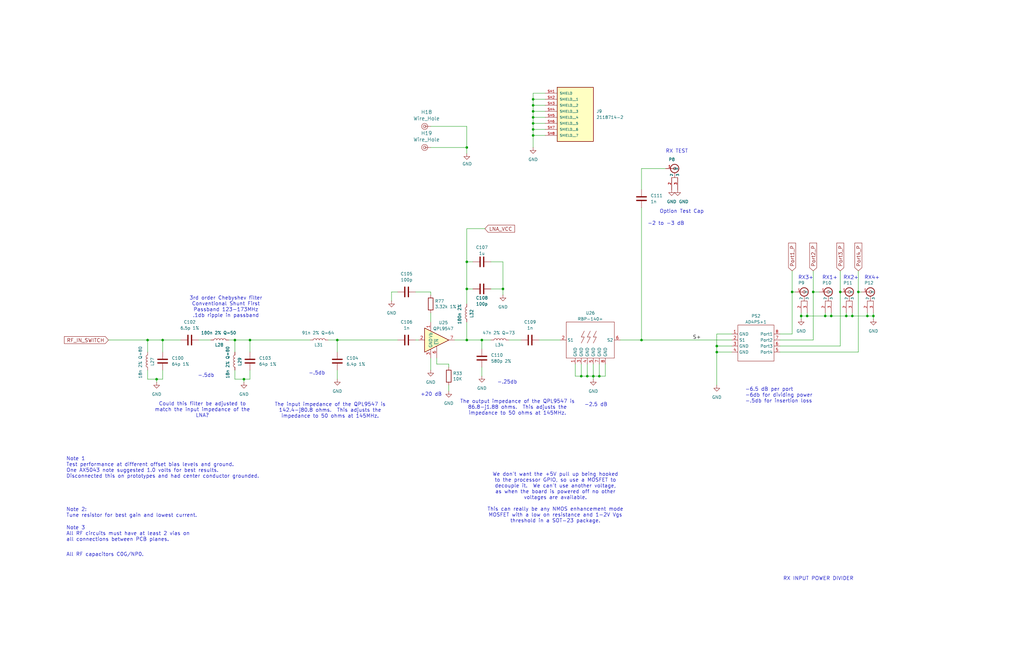
<source format=kicad_sch>
(kicad_sch (version 20250114) (generator "eeschema") (generator_version "9.0")
  (paper "USLedger")
  (title_block (title "Radiation Tolerant PacSat Communication") (date "2023-06-17") (rev "A") (company "AMSAT-NA") (comment 1 "N5BRG"))
  (lib_symbols
    (symbol "Device:C" (pin_numbers (hide yes)) (pin_names (offset 0.254))
      (property "Reference" "C" (at 0.635 2.54 0))
      (property "Value" "C" (at 0.635 -2.54 0))
      (symbol "C_0_1"
        (polyline (pts (xy -2.032 0.762) (xy 2.032 0.762)) (stroke (width 0.508)))
        (polyline (pts (xy -2.032 -0.762) (xy 2.032 -0.762)) (stroke (width 0.508)))
      )
      (symbol "C_1_1"
        (pin passive line (at 0 3.81 270) (length 2.794) (name "~") (number "1"))
        (pin passive line (at 0 -3.81 90) (length 2.794) (name "~") (number "2"))
      )
    )
    (symbol "Device:L" (pin_numbers (hide yes)) (pin_names (offset 1.016) (hide yes))
      (property "Reference" "L" (at -1.27 0 90))
      (property "Value" "L" (at 1.905 0 90))
      (symbol "L_0_1"
        (arc (start 0 2.54) (mid 0.6323 1.905) (end 0 1.27))
        (arc (start 0 1.27) (mid 0.6323 0.635) (end 0 0))
        (arc (start 0 0) (mid 0.6323 -0.635) (end 0 -1.27))
        (arc (start 0 -1.27) (mid 0.6323 -1.905) (end 0 -2.54))
      )
      (symbol "L_1_1"
        (pin passive line (at 0 3.81 270) (length 1.27) (name "1") (number "1"))
        (pin passive line (at 0 -3.81 90) (length 1.27) (name "2") (number "2"))
      )
    )
    (symbol "Device:R" (pin_numbers (hide yes)) (pin_names (offset 0))
      (property "Reference" "R" (at 2.032 0 90))
      (property "Value" "R" (at 0 0 90))
      (symbol "R_0_1"
        (rectangle (start -1.016 -2.54) (end 1.016 2.54) (stroke (width 0.254)))
      )
      (symbol "R_1_1"
        (pin passive line (at 0 3.81 270) (length 1.27) (name "~") (number "1"))
        (pin passive line (at 0 -3.81 90) (length 1.27) (name "~") (number "2"))
      )
    )
    (symbol "PACSAT_DEV_misc:2118714-2" (pin_names (offset 1.016))
      (property "Reference" "J" (at -7.62 3.302 0))
      (property "Value" "2118714-2" (at -7.62 -22.86 0))
      (symbol "2118714-2_0_0"
        (rectangle (start -7.62 -20.32) (end 7.62 2.54) (stroke (width 0.254)) (fill (type background)))
        (pin passive line (at -12.7 0 0) (length 5.08) (name "SHIELD") (number "SH1"))
        (pin passive line (at -12.7 -2.54 0) (length 5.08) (name "SHIELD__1") (number "SH2"))
        (pin passive line (at -12.7 -5.08 0) (length 5.08) (name "SHIELD__2") (number "SH3"))
        (pin passive line (at -12.7 -7.62 0) (length 5.08) (name "SHIELD__3") (number "SH4"))
        (pin passive line (at -12.7 -10.16 0) (length 5.08) (name "SHIELD__4") (number "SH5"))
        (pin passive line (at -12.7 -12.7 0) (length 5.08) (name "SHIELD__5") (number "SH6"))
        (pin passive line (at -12.7 -15.24 0) (length 5.08) (name "SHIELD__6") (number "SH7"))
        (pin passive line (at -12.7 -17.78 0) (length 5.08) (name "SHIELD__7") (number "SH8"))
      )
    )
    (symbol "PACSAT_DEV_misc:CUBESAT_MOUNT_HOLE_1" (pin_numbers (hide yes)) (pin_names (offset 0) (hide yes))
      (property "Reference" "H104" (at 0.7874 6.0198 0))
      (property "Value" "CUBESAT_MOUNT_HOLE" (at 0.7874 3.3274 0))
      (symbol "CUBESAT_MOUNT_HOLE_1_0_1"
        (circle (center 0 0) (radius 0.5588))
        (circle (center 0 0) (radius 1.27))
      )
      (symbol "CUBESAT_MOUNT_HOLE_1_1_1"
        (pin passive line (at 2.54 0 180) (length 2.54) (name "1") (number "1"))
      )
    )
    (symbol "PACSAT_DEV_misc:U_FL"
      (property "Reference" "U" (at -3.81 2.54 0))
      (symbol "U_FL_0_1"
        (polyline (pts (xy -1.27 -3.81) (xy 1.27 -3.81)))
        (circle (center 0 0) (radius 0.508) (stroke (width 0.2032)))
        (circle (center 0 0) (radius 1.778) (stroke (width 0.3048)))
        (polyline (pts (xy 0 -3.81) (xy 0 -1.778)))
      )
      (symbol "U_FL_1_1"
        (pin bidirectional line (at -3.81 0 0) (length 3.302) (name "In") (number "1"))
        (pin power_in line (at -1.27 -8.89 90) (length 5.08) (name "2") (number "2"))
        (pin power_in line (at 1.27 -8.89 90) (length 5.08) (name "3") (number "3"))
      )
    )
    (symbol "PACSAT_Minicircuits:AD4PS+1"
      (property "Reference" "PS602" (at 0 11.43 0))
      (property "Value" "AD4PS+1" (at 0 8.89 0))
      (symbol "AD4PS+1_0_1"
        (rectangle (start -7.62 7.62) (end 7.62 -7.62))
      )
      (symbol "AD4PS+1_1_1"
        (pin power_in line (at -10.16 3.81 0) (length 2.54) (name "GND") (number "1"))
        (pin input line (at -10.16 1.27 0) (length 2.54) (name "S1") (number "2"))
        (pin power_in line (at -10.16 -1.27 0) (length 2.54) (name "GND") (number "3"))
        (pin power_in line (at -10.16 -3.81 0) (length 2.54) (name "GND") (number "4"))
        (pin output line (at 10.16 3.81 180) (length 2.54) (name "Port1") (number "8"))
        (pin output line (at 10.16 1.27 180) (length 2.54) (name "Port2") (number "7"))
        (pin output line (at 10.16 -1.27 180) (length 2.54) (name "Port3") (number "6"))
        (pin output line (at 10.16 -3.81 180) (length 2.54) (name "Port4") (number "5"))
      )
    )
    (symbol "PACSAT_Minicircuits:RBP-140+_1"
      (property "Reference" "U603" (at 10.16 5.08 0))
      (property "Value" "RBP-140+" (at 10.16 2.54 0))
      (symbol "RBP-140+_1_0_0"
        (polyline (pts (xy 6.35 -8.89) (xy 7.62 -6.35) (xy 6.35 -6.35) (xy 7.62 -3.81)))
        (polyline (pts (xy 8.89 -8.89) (xy 10.16 -6.35) (xy 8.89 -6.35) (xy 10.16 -3.81)))
        (polyline (pts (xy 11.43 -8.89) (xy 12.7 -6.35) (xy 11.43 -6.35) (xy 12.7 -3.81)))
      )
      (symbol "RBP-140+_1_0_1"
        (rectangle (start 0 0) (end 20.32 -15.24))
      )
      (symbol "RBP-140+_1_1_1"
        (pin input line (at -2.54 -7.62 0) (length 2.54) (name "S1") (number "2"))
        (pin power_in line (at 3.81 -17.78 90) (length 2.54) (name "GND") (number "1"))
        (pin power_in line (at 6.35 -17.78 90) (length 2.54) (name "GND") (number "3"))
        (pin power_in line (at 8.89 -17.78 90) (length 2.54) (name "GND") (number "4"))
        (pin power_in line (at 11.43 -17.78 90) (length 2.54) (name "GND") (number "5"))
        (pin power_in line (at 13.97 -17.78 90) (length 2.54) (name "GND") (number "7"))
        (pin power_in line (at 16.51 -17.78 90) (length 2.54) (name "GND") (number "8"))
        (pin output line (at 22.86 -7.62 180) (length 2.54) (name "S2") (number "6"))
      )
    )
    (symbol "RF_Amplifier:QPL9547"
      (property "Reference" "U" (at 1.27 10.16 0))
      (property "Value" "QPL9547" (at 5.08 5.08 0))
      (symbol "QPL9547_0_1"
        (polyline (pts (xy 5.08 0) (xy -5.08 5.08) (xy -5.08 -5.08) (xy 5.08 0)) (stroke (width 0.254)) (fill (type background)))
      )
      (symbol "QPL9547_1_1"
        (pin input line (at -7.62 0 0) (length 2.54) (name "~") (number "2"))
        (pin power_in line (at -2.54 7.62 270) (length 3.81) (name "Vb") (number "1"))
        (pin power_in line (at -2.54 -7.62 90) (length 3.81) (name "GND") (number "3"))
        (pin passive line (at -2.54 -7.62 90) (length 3.81) (hide yes) (name "GND") (number "4"))
        (pin passive line (at -2.54 -7.62 90) (length 3.81) (hide yes) (name "GND") (number "5"))
        (pin passive line (at -2.54 -7.62 90) (length 3.81) (hide yes) (name "GND") (number "8"))
        (pin passive line (at -2.54 -7.62 90) (length 3.81) (hide yes) (name "GND") (number "9"))
        (pin passive line (at 0 -7.62 90) (length 5.08) (name "~{EN}") (number "6"))
        (pin output line (at 7.62 0 180) (length 2.54) (name "~") (number "7"))
      )
    )
    (symbol "power:GND" (power) (pin_numbers (hide yes)) (pin_names (offset 0) (hide yes))
      (property "Value" "GND" (at 0 -3.81 0))
      (symbol "GND_0_1"
        (polyline (pts (xy 0 0) (xy 0 -1.27) (xy 1.27 -1.27) (xy 0 -2.54) (xy -1.27 -1.27) (xy 0 -1.27)))
      )
      (symbol "GND_1_1"
        (pin power_in line (at 0 0 270) (length 0) (name "~") (number "1"))
      )
    )
  )
  (text "-6.5 dB per port\n-6db for dividing power\n-.5db for insertion loss" (at 314.198 170.18 0) (effects (font (size 1.524 1.524)) (justify left bottom)))
  (text "Note 1\nTest performance at different offset bias levels and ground.\nOne AX5043 note suggested 1.0 volts for best results.\nDisconnected this on prototypes and had center conductor grounded." (at 27.94 201.93 0) (effects (font (size 1.524 1.524)) (justify left bottom)))
  (text "RX3+" (at 336.55 118.11 0) (effects (font (size 1.524 1.524)) (justify left bottom)))
  (text "3rd order Chebyshev filter\nConventional Shunt First\nPassband 123-173MHz\n.1db ripple in passband\n" (at 95.25 129.54 0) (effects (font (size 1.524 1.524))))
  (text "Note 3\nAll RF circuits must have at least 2 vias on \nall connections between PCB planes." (at 27.94 228.6 0) (effects (font (size 1.524 1.524)) (justify left bottom)))
  (text "Note 2:\nTune resistor for best gain and lowest current." (at 27.94 218.44 0) (effects (font (size 1.524 1.524)) (justify left bottom)))
  (text "Option Test Cap" (at 278.13 90.17 0) (effects (font (size 1.524 1.524)) (justify left bottom)))
  (text "Could this filter be adjusted to\nmatch the input impedance of the\nLNA?" (at 85.344 172.974 0) (effects (font (size 1.524 1.524))))
  (text "RX2+" (at 355.6 118.11 0) (effects (font (size 1.524 1.524)) (justify left bottom)))
  (text "RX1+" (at 346.71 118.11 0) (effects (font (size 1.524 1.524)) (justify left bottom)))
  (text "The output impedance of the QPL9547 is\n86.8-j1.88 ohms.  This adjusts the\nimpedance to 50 ohms at 145MHz." (at 218.186 171.958 0) (effects (font (size 1.524 1.524))))
  (text "RX4+" (at 364.49 118.11 0) (effects (font (size 1.524 1.524)) (justify left bottom)))
  (text "-2.5 dB" (at 246.38 171.704 0) (effects (font (size 1.524 1.524)) (justify left bottom)))
  (text "RX INPUT POWER DIVIDER" (at 330.2 245.11 0) (effects (font (size 1.524 1.524)) (justify left bottom)))
  (text "-.25db" (at 213.868 161.29 0) (effects (font (size 1.524 1.524))))
  (text "+20 dB" (at 177.292 167.386 0) (effects (font (size 1.524 1.524)) (justify left bottom)))
  (text "-.5db" (at 86.868 158.496 0) (effects (font (size 1.524 1.524))))
  (text "-2 to -3 dB" (at 273.05 95.25 0) (effects (font (size 1.524 1.524)) (justify left bottom)))
  (text "The input impedance of the QPL9547 is\n142.4-j80.8 ohms.  This adjusts the\nimpedance to 50 ohms at 145MHz." (at 139.192 173.228 0) (effects (font (size 1.524 1.524))))
  (text "-.5db" (at 133.604 157.48 0) (effects (font (size 1.524 1.524))))
  (text "We don't want the +5V pull up being hooked\nto the processor GPIO, so use a MOSFET to\ndecouple it.  We can't use another voltage,\nas when the board is powered off no other\nvoltages are available.\n\nThis can really be any NMOS enhancement mode\nMOSFET with a low on resistance and 1-2V Vgs\nthreshold in a SOT-23 package." (at 234.188 210.058 0) (effects (font (size 1.524 1.524))))
  (text "RX TEST" (at 280.67 64.77 0) (effects (font (size 1.524 1.524)) (justify left bottom)))
  (text "All RF capacitors C0G/NP0." (at 27.94 234.95 0) (effects (font (size 1.524 1.524)) (justify left bottom)))
  (junction (at 62.23 143.51))
  (junction (at 224.79 54.61))
  (junction (at 196.85 110.49))
  (junction (at 356.87 133.35))
  (junction (at 365.76 133.35))
  (junction (at 196.85 143.51))
  (junction (at 250.19 158.75))
  (junction (at 342.9 123.19))
  (junction (at 359.41 133.35))
  (junction (at 245.11 158.75))
  (junction (at 224.79 57.15))
  (junction (at 196.85 62.23))
  (junction (at 334.01 123.19))
  (junction (at 68.58 143.51))
  (junction (at 302.26 148.59))
  (junction (at 203.2 143.51))
  (junction (at 224.79 49.53))
  (junction (at 340.36 133.35))
  (junction (at 350.52 133.35))
  (junction (at 66.04 160.02))
  (junction (at 252.73 158.75))
  (junction (at 270.51 143.51))
  (junction (at 212.09 121.92))
  (junction (at 105.41 143.51))
  (junction (at 347.98 133.35))
  (junction (at 142.24 143.51))
  (junction (at 354.33 123.19))
  (junction (at 224.79 44.45))
  (junction (at 196.85 121.92))
  (junction (at 302.26 146.05))
  (junction (at 224.79 46.99))
  (junction (at 99.06 143.51))
  (junction (at 337.82 133.35))
  (junction (at 247.65 158.75))
  (junction (at 368.3 133.35))
  (junction (at 361.95 123.19))
  (junction (at 224.79 41.91))
  (junction (at 224.79 52.07))
  (junction (at 102.87 160.02))
  (wire (pts (xy 328.93 140.97) (xy 334.01 140.97)))
  (wire (pts (xy 196.85 62.23) (xy 196.85 64.77)))
  (wire (pts (xy 361.95 123.19) (xy 361.95 148.59)))
  (wire (pts (xy 334.01 123.19) (xy 334.01 140.97)))
  (wire (pts (xy 255.27 158.75) (xy 252.73 158.75)))
  (wire (pts (xy 359.41 133.35) (xy 365.76 133.35)))
  (wire (pts (xy 302.26 148.59) (xy 302.26 162.56)))
  (wire (pts (xy 347.98 133.35) (xy 350.52 133.35)))
  (wire (pts (xy 224.79 57.15) (xy 224.79 62.23)))
  (wire (pts (xy 224.79 49.53) (xy 229.87 49.53)))
  (wire (pts (xy 227.33 143.51) (xy 236.22 143.51)))
  (wire (pts (xy 247.65 158.75) (xy 250.19 158.75)))
  (wire (pts (xy 203.2 143.51) (xy 207.01 143.51)))
  (wire (pts (xy 142.24 143.51) (xy 142.24 148.59)))
  (wire (pts (xy 207.01 121.92) (xy 212.09 121.92)))
  (wire (pts (xy 62.23 143.51) (xy 62.23 148.59)))
  (wire (pts (xy 203.2 143.51) (xy 203.2 147.32)))
  (wire (pts (xy 335.28 123.19) (xy 334.01 123.19)))
  (wire (pts (xy 62.23 156.21) (xy 62.23 160.02)))
  (wire (pts (xy 245.11 158.75) (xy 242.57 158.75)))
  (wire (pts (xy 175.26 143.51) (xy 176.53 143.51)))
  (wire (pts (xy 224.79 46.99) (xy 224.79 49.53)))
  (wire (pts (xy 359.41 132.08) (xy 359.41 133.35)))
  (wire (pts (xy 105.41 156.21) (xy 105.41 160.02)))
  (wire (pts (xy 270.51 87.63) (xy 270.51 143.51)))
  (wire (pts (xy 302.26 146.05) (xy 308.61 146.05)))
  (wire (pts (xy 308.61 140.97) (xy 302.26 140.97)))
  (wire (pts (xy 252.73 153.67) (xy 252.73 158.75)))
  (wire (pts (xy 250.19 153.67) (xy 250.19 158.75)))
  (wire (pts (xy 105.41 160.02) (xy 102.87 160.02)))
  (wire (pts (xy 224.79 39.37) (xy 229.87 39.37)))
  (wire (pts (xy 245.11 153.67) (xy 245.11 158.75)))
  (wire (pts (xy 270.51 143.51) (xy 308.61 143.51)))
  (wire (pts (xy 368.3 133.35) (xy 368.3 132.08)))
  (wire (pts (xy 337.82 133.35) (xy 337.82 134.62)))
  (wire (pts (xy 191.77 143.51) (xy 196.85 143.51)))
  (wire (pts (xy 68.58 156.21) (xy 68.58 160.02)))
  (wire (pts (xy 184.15 153.67) (xy 189.23 153.67)))
  (wire (pts (xy 196.85 128.27) (xy 196.85 121.92)))
  (wire (pts (xy 302.26 148.59) (xy 308.61 148.59)))
  (wire (pts (xy 334.01 114.3) (xy 334.01 123.19)))
  (wire (pts (xy 207.01 110.49) (xy 212.09 110.49)))
  (wire (pts (xy 356.87 132.08) (xy 356.87 133.35)))
  (wire (pts (xy 342.9 123.19) (xy 342.9 143.51)))
  (wire (pts (xy 224.79 44.45) (xy 229.87 44.45)))
  (wire (pts (xy 224.79 52.07) (xy 229.87 52.07)))
  (wire (pts (xy 68.58 143.51) (xy 76.2 143.51)))
  (wire (pts (xy 328.93 143.51) (xy 342.9 143.51)))
  (wire (pts (xy 270.51 71.12) (xy 270.51 80.01)))
  (wire (pts (xy 252.73 158.75) (xy 250.19 158.75)))
  (wire (pts (xy 365.76 132.08) (xy 365.76 133.35)))
  (wire (pts (xy 196.85 121.92) (xy 196.85 110.49)))
  (wire (pts (xy 354.33 114.3) (xy 354.33 123.19)))
  (wire (pts (xy 340.36 132.08) (xy 340.36 133.35)))
  (wire (pts (xy 181.61 53.34) (xy 196.85 53.34)))
  (wire (pts (xy 363.22 123.19) (xy 361.95 123.19)))
  (wire (pts (xy 83.82 143.51) (xy 88.9 143.51)))
  (wire (pts (xy 212.09 110.49) (xy 212.09 121.92)))
  (wire (pts (xy 105.41 143.51) (xy 130.81 143.51)))
  (wire (pts (xy 181.61 151.13) (xy 181.61 156.21)))
  (wire (pts (xy 224.79 57.15) (xy 229.87 57.15)))
  (wire (pts (xy 66.04 160.02) (xy 66.04 161.29)))
  (wire (pts (xy 270.51 71.12) (xy 280.67 71.12)))
  (wire (pts (xy 184.15 151.13) (xy 184.15 153.67)))
  (wire (pts (xy 196.85 121.92) (xy 199.39 121.92)))
  (wire (pts (xy 189.23 162.56) (xy 189.23 165.1)))
  (wire (pts (xy 142.24 143.51) (xy 167.64 143.51)))
  (wire (pts (xy 365.76 133.35) (xy 368.3 133.35)))
  (wire (pts (xy 224.79 39.37) (xy 224.79 41.91)))
  (wire (pts (xy 99.06 156.21) (xy 99.06 160.02)))
  (wire (pts (xy 165.1 123.19) (xy 167.64 123.19)))
  (wire (pts (xy 242.57 158.75) (xy 242.57 153.67)))
  (wire (pts (xy 212.09 121.92) (xy 212.09 124.46)))
  (wire (pts (xy 99.06 143.51) (xy 99.06 148.59)))
  (wire (pts (xy 350.52 133.35) (xy 356.87 133.35)))
  (wire (pts (xy 189.23 153.67) (xy 189.23 154.94)))
  (wire (pts (xy 138.43 143.51) (xy 142.24 143.51)))
  (wire (pts (xy 99.06 160.02) (xy 102.87 160.02)))
  (wire (pts (xy 203.2 154.94) (xy 203.2 158.75)))
  (wire (pts (xy 224.79 46.99) (xy 229.87 46.99)))
  (wire (pts (xy 354.33 146.05) (xy 354.33 123.19)))
  (wire (pts (xy 62.23 143.51) (xy 68.58 143.51)))
  (wire (pts (xy 302.26 146.05) (xy 302.26 148.59)))
  (wire (pts (xy 204.47 96.52) (xy 196.85 96.52)))
  (wire (pts (xy 245.11 158.75) (xy 247.65 158.75)))
  (wire (pts (xy 328.93 148.59) (xy 361.95 148.59)))
  (wire (pts (xy 250.19 158.75) (xy 250.19 160.02)))
  (wire (pts (xy 224.79 52.07) (xy 224.79 54.61)))
  (wire (pts (xy 181.61 124.46) (xy 181.61 123.19)))
  (wire (pts (xy 96.52 143.51) (xy 99.06 143.51)))
  (wire (pts (xy 62.23 160.02) (xy 66.04 160.02)))
  (wire (pts (xy 261.62 143.51) (xy 270.51 143.51)))
  (wire (pts (xy 347.98 132.08) (xy 347.98 133.35)))
  (wire (pts (xy 224.79 54.61) (xy 229.87 54.61)))
  (wire (pts (xy 196.85 110.49) (xy 199.39 110.49)))
  (wire (pts (xy 224.79 44.45) (xy 224.79 46.99)))
  (wire (pts (xy 142.24 156.21) (xy 142.24 160.02)))
  (wire (pts (xy 255.27 153.67) (xy 255.27 158.75)))
  (wire (pts (xy 105.41 143.51) (xy 105.41 148.59)))
  (wire (pts (xy 68.58 160.02) (xy 66.04 160.02)))
  (wire (pts (xy 350.52 132.08) (xy 350.52 133.35)))
  (wire (pts (xy 181.61 123.19) (xy 175.26 123.19)))
  (wire (pts (xy 340.36 133.35) (xy 347.98 133.35)))
  (wire (pts (xy 224.79 54.61) (xy 224.79 57.15)))
  (wire (pts (xy 196.85 135.89) (xy 196.85 143.51)))
  (wire (pts (xy 224.79 41.91) (xy 224.79 44.45)))
  (wire (pts (xy 68.58 143.51) (xy 68.58 148.59)))
  (wire (pts (xy 328.93 146.05) (xy 354.33 146.05)))
  (wire (pts (xy 224.79 49.53) (xy 224.79 52.07)))
  (wire (pts (xy 337.82 133.35) (xy 340.36 133.35)))
  (wire (pts (xy 181.61 132.08) (xy 181.61 135.89)))
  (wire (pts (xy 337.82 132.08) (xy 337.82 133.35)))
  (wire (pts (xy 102.87 160.02) (xy 102.87 161.29)))
  (wire (pts (xy 342.9 114.3) (xy 342.9 123.19)))
  (wire (pts (xy 99.06 143.51) (xy 105.41 143.51)))
  (wire (pts (xy 165.1 127) (xy 165.1 123.19)))
  (wire (pts (xy 196.85 143.51) (xy 203.2 143.51)))
  (wire (pts (xy 361.95 114.3) (xy 361.95 123.19)))
  (wire (pts (xy 302.26 140.97) (xy 302.26 146.05)))
  (wire (pts (xy 345.44 123.19) (xy 342.9 123.19)))
  (wire (pts (xy 181.61 62.23) (xy 196.85 62.23)))
  (wire (pts (xy 224.79 41.91) (xy 229.87 41.91)))
  (wire (pts (xy 45.72 143.51) (xy 62.23 143.51)))
  (wire (pts (xy 219.71 143.51) (xy 214.63 143.51)))
  (wire (pts (xy 247.65 153.67) (xy 247.65 158.75)))
  (wire (pts (xy 368.3 133.35) (xy 368.3 134.62)))
  (wire (pts (xy 196.85 53.34) (xy 196.85 62.23)))
  (wire (pts (xy 356.87 133.35) (xy 359.41 133.35)))
  (wire (pts (xy 196.85 96.52) (xy 196.85 110.49)))
  (label "S+" (at 292.1 143.51 0) (effects (font (size 1.524 1.524))))
  (global_label "RF_IN_SWITCH" (shape input) (at 45.72 143.51 180) (effects (font (size 1.524 1.524))) (property "Intersheetrefs" "${INTERSHEET_REFS}" (effects (hide yes))))
  (global_label "Port1_P" (shape input) (at 334.01 114.3 90) (effects (font (size 1.524 1.524))) (property "Intersheetrefs" "${INTERSHEET_REFS}" (effects (hide yes))))
  (global_label "Port4_P" (shape input) (at 361.95 114.3 90) (effects (font (size 1.524 1.524))) (property "Intersheetrefs" "${INTERSHEET_REFS}" (effects (hide yes))))
  (global_label "Port2_P" (shape input) (at 342.9 114.3 90) (effects (font (size 1.524 1.524))) (property "Intersheetrefs" "${INTERSHEET_REFS}" (effects (hide yes))))
  (global_label "Port3_P" (shape input) (at 354.33 114.3 90) (effects (font (size 1.524 1.524))) (property "Intersheetrefs" "${INTERSHEET_REFS}" (effects (hide yes))))
  (global_label "LNA_VCC" (shape input) (at 204.47 96.52 0) (effects (font (size 1.524 1.524))) (property "Intersheetrefs" "${INTERSHEET_REFS}" (effects (hide yes))))
  (symbol (lib_id "Device:L") (at 134.62 143.51 270) (mirror x) (unit 1)
    (property "Reference" "L31" (at 134.366 145.542 90))
    (property "Value" "91n 2% Q=64" (at 134.112 140.462 90))
    (property "Footprint" "Inductor_SMD:L_0603_1608Metric_Pad1.05x0.95mm_HandSolder" (effects (hide yes)))
  )
  (symbol (lib_id "PACSAT_DEV_misc:2118714-2") (at 242.57 39.37 0) (unit 1)
    (property "Reference" "J9" (at 251.46 46.9899 0) (effects (justify left)))
    (property "Value" "2118714-2" (at 251.46 49.5299 0) (effects (justify left)))
    (property "Footprint" "PacSatDev_misc:TE_2118714-2" (effects (hide yes)))
    (property "PARTREV" "A2" (effects (hide yes)))
    (property "MANUFACTURER" "TE Connectivity" (effects (hide yes)))
    (property "MAXIMUM_PACKAGE_HEIGHT" "2.54mm" (effects (hide yes)))
    (property "STANDARD" "Manufacturer Recommendations" (effects (hide yes)))
  )
  (symbol (lib_id "RF_Amplifier:QPL9547") (at 184.15 143.51 0) (unit 1)
    (property "Reference" "U25" (at 186.944 136.144 0))
    (property "Value" "QPL9547" (at 186.944 138.684 0))
    (property "Footprint" "Package_DFN_QFN:DFN-8-1EP_2x2mm_P0.5mm_EP0.8x1.6mm" (effects (hide yes)))
    (property "Datasheet" "https://www.qorvo.com/products/d/da007268" (effects (hide yes)))
    (property "Description" "100-6000MHz RF/IF +19.5dB gain block, DFN-8" (effects (hide yes)))
  )
  (symbol (lib_id "power:GND") (at 212.09 124.46 0) (unit 1)
    (property "Reference" "#PWR0211" (effects (hide yes)))
    (property "Value" "GND" (at 212.09 129.54 0))
  )
  (symbol (lib_id "Device:R") (at 181.61 128.27 0) (unit 1)
    (property "Reference" "R77" (at 183.388 127.1016 0) (effects (justify left)))
    (property "Value" "3.32k 1%" (at 183.388 129.413 0) (effects (justify left)))
    (property "Footprint" "Resistor_SMD:R_0603_1608Metric_Pad0.98x0.95mm_HandSolder" (effects (hide yes)))
  )
  (symbol (lib_id "power:GND") (at 337.82 134.62 0) (unit 1)
    (property "Reference" "#PWR0218" (effects (hide yes)))
    (property "Value" "GND" (at 337.82 139.7 0))
  )
  (symbol (lib_id "power:GND") (at 142.24 160.02 0) (unit 1)
    (property "Reference" "#PWR0208" (effects (hide yes)))
    (property "Value" "GND" (at 142.24 165.1 0))
  )
  (symbol (lib_id "Device:C") (at 223.52 143.51 270) (unit 1)
    (property "Reference" "C109" (at 223.52 135.89 90))
    (property "Value" "1n" (at 223.52 138.43 90))
    (property "Footprint" "Capacitor_SMD:C_0402_1005Metric_Pad0.74x0.62mm_HandSolder" (effects (hide yes)))
  )
  (symbol (lib_id "Device:R") (at 189.23 158.75 0) (unit 1)
    (property "Reference" "R33" (at 191.008 157.5816 0) (effects (justify left)))
    (property "Value" "10K" (at 191.008 159.893 0) (effects (justify left)))
    (property "Footprint" "Resistor_SMD:R_0603_1608Metric_Pad0.98x0.95mm_HandSolder" (effects (hide yes)))
  )
  (symbol (lib_id "Device:C") (at 68.58 152.4 180) (unit 1)
    (property "Reference" "C100" (at 72.39 151.1299 0) (effects (justify right)))
    (property "Value" "64p 1%" (at 72.39 153.6699 0) (effects (justify right)))
    (property "Footprint" "Capacitor_SMD:C_0402_1005Metric_Pad0.74x0.62mm_HandSolder" (effects (hide yes)))
  )
  (symbol (lib_id "PACSAT_Minicircuits:AD4PS+1") (at 318.77 144.78 0) (unit 1)
    (property "Reference" "PS2" (at 318.77 133.35 0))
    (property "Value" "AD4PS+1" (at 318.77 135.89 0))
    (property "Footprint" "PacSatDev_MiniCircuits:CJ725" (effects (hide yes)))
  )
  (symbol (lib_id "Device:C") (at 270.51 83.82 0) (unit 1)
    (property "Reference" "C111" (at 274.32 82.55 0) (effects (justify left)))
    (property "Value" "1n" (at 274.32 85.09 0) (effects (justify left)))
    (property "Footprint" "Capacitor_SMD:C_0402_1005Metric_Pad0.74x0.62mm_HandSolder" (effects (hide yes)))
  )
  (symbol (lib_id "PACSAT_DEV_misc:U_FL") (at 358.14 123.19 0) (unit 1)
    (property "Reference" "P11" (at 355.6 119.38 0) (effects (justify left)))
    (property "Value" "CONUFL001-SMD-T" (effects (hide yes)))
    (property "Footprint" "PacSatDev_misc:CONN1_CONUFL_TEC" (effects (hide yes)))
  )
  (symbol (lib_id "power:GND") (at 203.2 158.75 0) (unit 1)
    (property "Reference" "#PWR0212" (effects (hide yes)))
    (property "Value" "GND" (at 203.2 163.83 0))
  )
  (symbol (lib_id "power:GND") (at 224.79 62.23 0) (unit 1)
    (property "Reference" "#PWR0169" (effects (hide yes)))
    (property "Value" "GND" (at 224.79 67.31 0))
  )
  (symbol (lib_id "Device:C") (at 142.24 152.4 0) (unit 1)
    (property "Reference" "C104" (at 146.05 151.1299 0) (effects (justify left)))
    (property "Value" "6.4p 1%" (at 146.05 153.6699 0) (effects (justify left)))
    (property "Footprint" "Capacitor_SMD:C_0402_1005Metric_Pad0.74x0.62mm_HandSolder" (effects (hide yes)))
  )
  (symbol (lib_id "PACSAT_DEV_misc:CUBESAT_MOUNT_HOLE_1") (at 179.07 62.23 0) (unit 1)
    (property "Reference" "H19" (at 179.8574 56.2102 0) (effects (font (size 1.524 1.524))))
    (property "Value" "Wire_Hole" (at 179.8574 58.9026 0) (effects (font (size 1.524 1.524))))
    (property "Footprint" "PacSatDev_misc:Wire_Hole" (effects (hide yes)))
  )
  (symbol (lib_id "power:GND") (at 283.21 80.01 0) (unit 1)
    (property "Reference" "#PWR0214" (effects (hide yes)))
    (property "Value" "GND" (at 283.21 85.09 0))
  )
  (symbol (lib_id "Device:C") (at 171.45 123.19 270) (unit 1)
    (property "Reference" "C105" (at 171.45 115.57 90))
    (property "Value" "100p" (at 171.45 118.11 90))
    (property "Footprint" "Capacitor_SMD:C_0603_1608Metric_Pad1.08x0.95mm_HandSolder" (effects (hide yes)))
  )
  (symbol (lib_id "power:GND") (at 250.19 160.02 0) (unit 1)
    (property "Reference" "#PWR0213" (effects (hide yes)))
    (property "Value" "GND" (at 250.19 165.1 0))
  )
  (symbol (lib_id "Device:L") (at 196.85 132.08 0) (mirror y) (unit 1)
    (property "Reference" "L32" (at 198.882 132.334 90))
    (property "Value" "180n 2%" (at 193.802 132.588 90))
    (property "Footprint" "Inductor_SMD:L_0603_1608Metric_Pad1.05x0.95mm_HandSolder" (effects (hide yes)))
  )
  (symbol (lib_id "power:GND") (at 102.87 161.29 0) (unit 1)
    (property "Reference" "#PWR0206" (effects (hide yes)))
    (property "Value" "GND" (at 102.87 166.37 0))
  )
  (symbol (lib_id "power:GND") (at 66.04 161.29 0) (unit 1)
    (property "Reference" "#PWR0205" (effects (hide yes)))
    (property "Value" "GND" (at 66.04 166.37 0))
  )
  (symbol (lib_id "Device:L") (at 62.23 152.4 0) (mirror y) (unit 1)
    (property "Reference" "L27" (at 64.262 152.654 90))
    (property "Value" "18n 2% Q=80" (at 59.182 152.908 90))
    (property "Footprint" "Inductor_SMD:L_0402_1005Metric_Pad0.77x0.64mm_HandSolder" (effects (hide yes)))
  )
  (symbol (lib_id "Device:L") (at 92.71 143.51 270) (mirror x) (unit 1)
    (property "Reference" "L28" (at 92.456 145.542 90))
    (property "Value" "180n 2% Q=50" (at 92.202 140.462 90))
    (property "Footprint" "Inductor_SMD:L_0805_2012Metric" (effects (hide yes)))
  )
  (symbol (lib_id "power:GND") (at 189.23 165.1 0) (unit 1)
    (property "Reference" "#PWR077" (effects (hide yes)))
    (property "Value" "GND" (at 189.23 170.18 0))
  )
  (symbol (lib_id "Device:L") (at 99.06 152.4 0) (mirror y) (unit 1)
    (property "Reference" "L29" (at 101.092 152.654 90))
    (property "Value" "18n 2% Q=80" (at 96.012 152.908 90))
    (property "Footprint" "Inductor_SMD:L_0402_1005Metric_Pad0.77x0.64mm_HandSolder" (effects (hide yes)))
  )
  (symbol (lib_id "power:GND") (at 196.85 64.77 0) (unit 1)
    (property "Reference" "#PWR0256" (effects (hide yes)))
    (property "Value" "GND" (at 196.977 69.1642 0))
  )
  (symbol (lib_id "PACSAT_DEV_misc:U_FL") (at 284.48 71.12 0) (unit 1)
    (property "Reference" "P8" (at 281.94 67.31 0) (effects (justify left)))
    (property "Value" "~" (at 284.48 71.12 0))
    (property "Footprint" "PacSatDev_misc:CONN1_CONUFL_TEC" (effects (hide yes)))
  )
  (symbol (lib_id "Device:C") (at 203.2 151.13 180) (unit 1)
    (property "Reference" "C110" (at 207.01 149.8599 0) (effects (justify right)))
    (property "Value" "580p 2%" (at 207.01 152.3999 0) (effects (justify right)))
    (property "Footprint" "Capacitor_SMD:C_0402_1005Metric_Pad0.74x0.62mm_HandSolder" (effects (hide yes)))
  )
  (symbol (lib_id "Device:C") (at 203.2 121.92 270) (unit 1)
    (property "Reference" "C108" (at 203.2 125.73 90))
    (property "Value" "100p" (at 203.2 128.27 90))
    (property "Footprint" "Capacitor_SMD:C_0603_1608Metric_Pad1.08x0.95mm_HandSolder" (effects (hide yes)))
  )
  (symbol (lib_id "Device:L") (at 210.82 143.51 270) (mirror x) (unit 1)
    (property "Reference" "L34" (at 210.566 145.542 90))
    (property "Value" "47n 2% Q=73" (at 210.312 140.462 90))
    (property "Footprint" "Inductor_SMD:L_0603_1608Metric" (effects (hide yes)))
  )
  (symbol (lib_id "Device:C") (at 80.01 143.51 270) (unit 1)
    (property "Reference" "C102" (at 80.01 135.89 90))
    (property "Value" "6.5p 1%" (at 80.01 138.43 90))
    (property "Footprint" "Capacitor_SMD:C_0402_1005Metric_Pad0.74x0.62mm_HandSolder" (effects (hide yes)))
  )
  (symbol (lib_id "power:GND") (at 165.1 127 0) (unit 1)
    (property "Reference" "#PWR0207" (effects (hide yes)))
    (property "Value" "GND" (at 165.1 132.08 0))
  )
  (symbol (lib_id "PACSAT_DEV_misc:U_FL") (at 339.09 123.19 0) (unit 1)
    (property "Reference" "P9" (at 336.55 119.38 0) (effects (justify left)))
    (property "Value" "CONUFL001-SMD-T" (effects (hide yes)))
    (property "Footprint" "PacSatDev_misc:CONN1_CONUFL_TEC" (effects (hide yes)))
  )
  (symbol (lib_id "PACSAT_DEV_misc:U_FL") (at 349.25 123.19 0) (unit 1)
    (property "Reference" "P10" (at 346.71 119.38 0) (effects (justify left)))
    (property "Value" "CONUFL001-SMD-T" (effects (hide yes)))
    (property "Footprint" "PacSatDev_misc:CONN1_CONUFL_TEC" (effects (hide yes)))
  )
  (symbol (lib_id "PACSAT_Minicircuits:RBP-140+_1") (at 238.76 135.89 0) (unit 1)
    (property "Reference" "U26" (at 248.92 132.08 0))
    (property "Value" "RBP-140+" (at 248.92 134.62 0))
    (property "Footprint" "RF_Mini-Circuits:Mini-Circuits_GP731" (effects (hide yes)))
  )
  (symbol (lib_id "power:GND") (at 368.3 134.62 0) (unit 1)
    (property "Reference" "#PWR0219" (effects (hide yes)))
    (property "Value" "GND" (at 368.3 139.7 0))
  )
  (symbol (lib_id "Device:C") (at 171.45 143.51 270) (unit 1)
    (property "Reference" "C106" (at 171.45 135.89 90))
    (property "Value" "1n" (at 171.45 138.43 90))
    (property "Footprint" "Capacitor_SMD:C_0402_1005Metric_Pad0.74x0.62mm_HandSolder" (effects (hide yes)))
  )
  (symbol (lib_id "Device:C") (at 203.2 110.49 270) (unit 1)
    (property "Reference" "C107" (at 203.2 104.394 90))
    (property "Value" "1u" (at 203.2 106.934 90))
    (property "Footprint" "Capacitor_SMD:C_0603_1608Metric_Pad1.08x0.95mm_HandSolder" (effects (hide yes)))
  )
  (symbol (lib_id "power:GND") (at 285.75 80.01 0) (unit 1)
    (property "Reference" "#PWR0215" (effects (hide yes)))
    (property "Value" "GND" (at 288.29 85.09 0))
  )
  (symbol (lib_id "power:GND") (at 181.61 156.21 0) (unit 1)
    (property "Reference" "#PWR0209" (effects (hide yes)))
    (property "Value" "GND" (at 181.61 161.29 0))
  )
  (symbol (lib_id "Device:C") (at 105.41 152.4 180) (unit 1)
    (property "Reference" "C103" (at 109.22 151.1299 0) (effects (justify right)))
    (property "Value" "64p 1%" (at 109.22 153.6699 0) (effects (justify right)))
    (property "Footprint" "Capacitor_SMD:C_0402_1005Metric_Pad0.74x0.62mm_HandSolder" (effects (hide yes)))
  )
  (symbol (lib_id "power:GND") (at 302.26 162.56 0) (unit 1)
    (property "Reference" "#PWR0217" (effects (hide yes)))
    (property "Value" "GND" (at 302.26 167.64 0))
  )
  (symbol (lib_id "PACSAT_DEV_misc:CUBESAT_MOUNT_HOLE_1") (at 179.07 53.34 0) (unit 1)
    (property "Reference" "H18" (at 179.8574 47.3202 0) (effects (font (size 1.524 1.524))))
    (property "Value" "Wire_Hole" (at 179.8574 50.0126 0) (effects (font (size 1.524 1.524))))
    (property "Footprint" "PacSatDev_misc:Wire_Hole" (effects (hide yes)))
  )
  (symbol (lib_id "PACSAT_DEV_misc:U_FL") (at 367.03 123.19 0) (unit 1)
    (property "Reference" "P12" (at 364.49 119.38 0) (effects (justify left)))
    (property "Value" "CONUFL001-SMD-T" (effects (hide yes)))
    (property "Footprint" "PacSatDev_misc:CONN1_CONUFL_TEC" (effects (hide yes)))
  )
)
</source>
